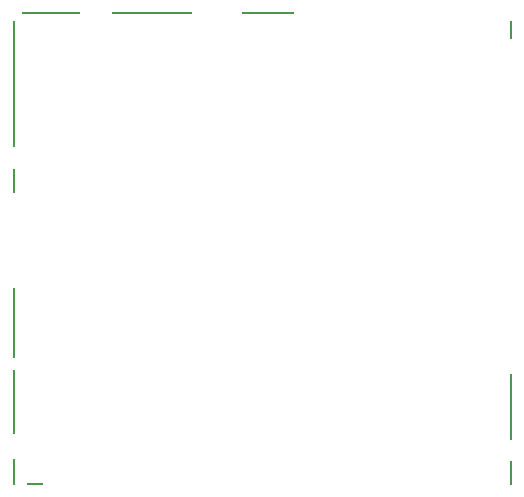
<source format=gbp>
G04 #@! TF.GenerationSoftware,KiCad,Pcbnew,8.0.9-8.0.9-0~ubuntu24.04.1*
G04 #@! TF.CreationDate,2025-05-16T04:08:21+00:00*
G04 #@! TF.ProjectId,EP91Starlet,45503931-5374-4617-926c-65742e6b6963,rev?*
G04 #@! TF.SameCoordinates,Original*
G04 #@! TF.FileFunction,Paste,Bot*
G04 #@! TF.FilePolarity,Positive*
%FSLAX46Y46*%
G04 Gerber Fmt 4.6, Leading zero omitted, Abs format (unit mm)*
G04 Created by KiCad (PCBNEW 8.0.9-8.0.9-0~ubuntu24.04.1) date 2025-05-16 04:08:21*
%MOMM*%
%LPD*%
G01*
G04 APERTURE LIST*
%ADD10R,0.200000X2.300000*%
%ADD11R,0.200000X10.700000*%
%ADD12R,0.200000X2.100000*%
%ADD13R,0.200000X6.000000*%
%ADD14R,0.200000X5.400000*%
%ADD15R,1.400000X0.200000*%
%ADD16R,5.000000X0.200000*%
%ADD17R,6.800000X0.200000*%
%ADD18R,4.500000X0.200000*%
%ADD19R,0.200000X1.600000*%
%ADD20R,0.200000X5.700000*%
%ADD21R,0.200000X2.000000*%
G04 APERTURE END LIST*
D10*
G04 #@! TO.C,M1*
X49339995Y30629997D03*
D11*
X49339997Y63429995D03*
D12*
X49339997Y55229996D03*
D13*
X49339997Y43179997D03*
D14*
X49339997Y36480000D03*
D15*
X51140004Y29579994D03*
D16*
X52539999Y69479995D03*
D17*
X61040002Y69479995D03*
D18*
X70890005Y69479995D03*
D19*
X91440000Y67979996D03*
D20*
X91440000Y36129993D03*
D21*
X91440000Y30480000D03*
G04 #@! TD*
M02*

</source>
